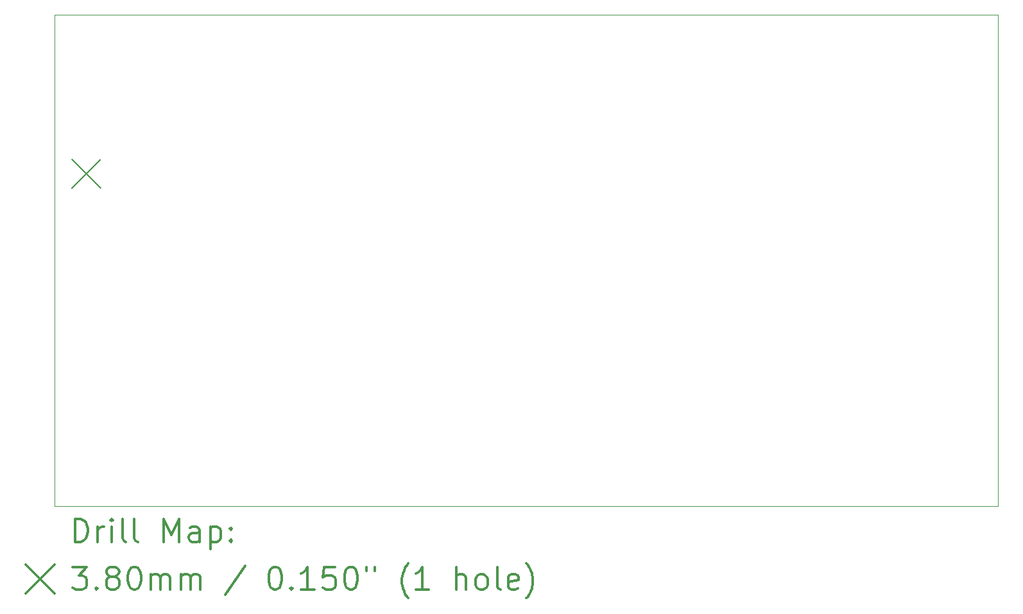
<source format=gbr>
%FSLAX45Y45*%
G04 Gerber Fmt 4.5, Leading zero omitted, Abs format (unit mm)*
G04 Created by KiCad (PCBNEW (after 2015-mar-04 BZR unknown)-product) date Thu 24 Nov 2016 20:55:15 CET*
%MOMM*%
G01*
G04 APERTURE LIST*
%ADD10C,0.127000*%
%ADD11C,0.100000*%
%ADD12C,0.200000*%
%ADD13C,0.300000*%
G04 APERTURE END LIST*
D10*
D11*
X6350000Y-11747500D02*
X6350000Y-5270500D01*
X18796000Y-11747500D02*
X6350000Y-11747500D01*
X18796000Y-5270500D02*
X18796000Y-11747500D01*
X6350000Y-5270500D02*
X18796000Y-5270500D01*
D12*
X6579108Y-7176008D02*
X6959092Y-7555992D01*
X6959092Y-7176008D02*
X6579108Y-7555992D01*
D13*
X6616428Y-12218214D02*
X6616428Y-11918214D01*
X6687857Y-11918214D01*
X6730714Y-11932500D01*
X6759286Y-11961071D01*
X6773571Y-11989643D01*
X6787857Y-12046786D01*
X6787857Y-12089643D01*
X6773571Y-12146786D01*
X6759286Y-12175357D01*
X6730714Y-12203929D01*
X6687857Y-12218214D01*
X6616428Y-12218214D01*
X6916428Y-12218214D02*
X6916428Y-12018214D01*
X6916428Y-12075357D02*
X6930714Y-12046786D01*
X6945000Y-12032500D01*
X6973571Y-12018214D01*
X7002143Y-12018214D01*
X7102143Y-12218214D02*
X7102143Y-12018214D01*
X7102143Y-11918214D02*
X7087857Y-11932500D01*
X7102143Y-11946786D01*
X7116428Y-11932500D01*
X7102143Y-11918214D01*
X7102143Y-11946786D01*
X7287857Y-12218214D02*
X7259286Y-12203929D01*
X7245000Y-12175357D01*
X7245000Y-11918214D01*
X7445000Y-12218214D02*
X7416428Y-12203929D01*
X7402143Y-12175357D01*
X7402143Y-11918214D01*
X7787857Y-12218214D02*
X7787857Y-11918214D01*
X7887857Y-12132500D01*
X7987857Y-11918214D01*
X7987857Y-12218214D01*
X8259286Y-12218214D02*
X8259286Y-12061071D01*
X8245000Y-12032500D01*
X8216428Y-12018214D01*
X8159286Y-12018214D01*
X8130714Y-12032500D01*
X8259286Y-12203929D02*
X8230714Y-12218214D01*
X8159286Y-12218214D01*
X8130714Y-12203929D01*
X8116428Y-12175357D01*
X8116428Y-12146786D01*
X8130714Y-12118214D01*
X8159286Y-12103929D01*
X8230714Y-12103929D01*
X8259286Y-12089643D01*
X8402143Y-12018214D02*
X8402143Y-12318214D01*
X8402143Y-12032500D02*
X8430714Y-12018214D01*
X8487857Y-12018214D01*
X8516429Y-12032500D01*
X8530714Y-12046786D01*
X8545000Y-12075357D01*
X8545000Y-12161071D01*
X8530714Y-12189643D01*
X8516429Y-12203929D01*
X8487857Y-12218214D01*
X8430714Y-12218214D01*
X8402143Y-12203929D01*
X8673571Y-12189643D02*
X8687857Y-12203929D01*
X8673571Y-12218214D01*
X8659286Y-12203929D01*
X8673571Y-12189643D01*
X8673571Y-12218214D01*
X8673571Y-12032500D02*
X8687857Y-12046786D01*
X8673571Y-12061071D01*
X8659286Y-12046786D01*
X8673571Y-12032500D01*
X8673571Y-12061071D01*
X5965016Y-12522508D02*
X6345000Y-12902492D01*
X6345000Y-12522508D02*
X5965016Y-12902492D01*
X6587857Y-12548214D02*
X6773571Y-12548214D01*
X6673571Y-12662500D01*
X6716428Y-12662500D01*
X6745000Y-12676786D01*
X6759286Y-12691071D01*
X6773571Y-12719643D01*
X6773571Y-12791071D01*
X6759286Y-12819643D01*
X6745000Y-12833929D01*
X6716428Y-12848214D01*
X6630714Y-12848214D01*
X6602143Y-12833929D01*
X6587857Y-12819643D01*
X6902143Y-12819643D02*
X6916428Y-12833929D01*
X6902143Y-12848214D01*
X6887857Y-12833929D01*
X6902143Y-12819643D01*
X6902143Y-12848214D01*
X7087857Y-12676786D02*
X7059286Y-12662500D01*
X7045000Y-12648214D01*
X7030714Y-12619643D01*
X7030714Y-12605357D01*
X7045000Y-12576786D01*
X7059286Y-12562500D01*
X7087857Y-12548214D01*
X7145000Y-12548214D01*
X7173571Y-12562500D01*
X7187857Y-12576786D01*
X7202143Y-12605357D01*
X7202143Y-12619643D01*
X7187857Y-12648214D01*
X7173571Y-12662500D01*
X7145000Y-12676786D01*
X7087857Y-12676786D01*
X7059286Y-12691071D01*
X7045000Y-12705357D01*
X7030714Y-12733929D01*
X7030714Y-12791071D01*
X7045000Y-12819643D01*
X7059286Y-12833929D01*
X7087857Y-12848214D01*
X7145000Y-12848214D01*
X7173571Y-12833929D01*
X7187857Y-12819643D01*
X7202143Y-12791071D01*
X7202143Y-12733929D01*
X7187857Y-12705357D01*
X7173571Y-12691071D01*
X7145000Y-12676786D01*
X7387857Y-12548214D02*
X7416428Y-12548214D01*
X7445000Y-12562500D01*
X7459286Y-12576786D01*
X7473571Y-12605357D01*
X7487857Y-12662500D01*
X7487857Y-12733929D01*
X7473571Y-12791071D01*
X7459286Y-12819643D01*
X7445000Y-12833929D01*
X7416428Y-12848214D01*
X7387857Y-12848214D01*
X7359286Y-12833929D01*
X7345000Y-12819643D01*
X7330714Y-12791071D01*
X7316428Y-12733929D01*
X7316428Y-12662500D01*
X7330714Y-12605357D01*
X7345000Y-12576786D01*
X7359286Y-12562500D01*
X7387857Y-12548214D01*
X7616428Y-12848214D02*
X7616428Y-12648214D01*
X7616428Y-12676786D02*
X7630714Y-12662500D01*
X7659286Y-12648214D01*
X7702143Y-12648214D01*
X7730714Y-12662500D01*
X7745000Y-12691071D01*
X7745000Y-12848214D01*
X7745000Y-12691071D02*
X7759286Y-12662500D01*
X7787857Y-12648214D01*
X7830714Y-12648214D01*
X7859286Y-12662500D01*
X7873571Y-12691071D01*
X7873571Y-12848214D01*
X8016428Y-12848214D02*
X8016428Y-12648214D01*
X8016428Y-12676786D02*
X8030714Y-12662500D01*
X8059286Y-12648214D01*
X8102143Y-12648214D01*
X8130714Y-12662500D01*
X8145000Y-12691071D01*
X8145000Y-12848214D01*
X8145000Y-12691071D02*
X8159286Y-12662500D01*
X8187857Y-12648214D01*
X8230714Y-12648214D01*
X8259286Y-12662500D01*
X8273571Y-12691071D01*
X8273571Y-12848214D01*
X8859286Y-12533929D02*
X8602143Y-12919643D01*
X9245000Y-12548214D02*
X9273571Y-12548214D01*
X9302143Y-12562500D01*
X9316428Y-12576786D01*
X9330714Y-12605357D01*
X9345000Y-12662500D01*
X9345000Y-12733929D01*
X9330714Y-12791071D01*
X9316428Y-12819643D01*
X9302143Y-12833929D01*
X9273571Y-12848214D01*
X9245000Y-12848214D01*
X9216428Y-12833929D01*
X9202143Y-12819643D01*
X9187857Y-12791071D01*
X9173571Y-12733929D01*
X9173571Y-12662500D01*
X9187857Y-12605357D01*
X9202143Y-12576786D01*
X9216428Y-12562500D01*
X9245000Y-12548214D01*
X9473571Y-12819643D02*
X9487857Y-12833929D01*
X9473571Y-12848214D01*
X9459286Y-12833929D01*
X9473571Y-12819643D01*
X9473571Y-12848214D01*
X9773571Y-12848214D02*
X9602143Y-12848214D01*
X9687857Y-12848214D02*
X9687857Y-12548214D01*
X9659286Y-12591071D01*
X9630714Y-12619643D01*
X9602143Y-12633929D01*
X10045000Y-12548214D02*
X9902143Y-12548214D01*
X9887857Y-12691071D01*
X9902143Y-12676786D01*
X9930714Y-12662500D01*
X10002143Y-12662500D01*
X10030714Y-12676786D01*
X10045000Y-12691071D01*
X10059286Y-12719643D01*
X10059286Y-12791071D01*
X10045000Y-12819643D01*
X10030714Y-12833929D01*
X10002143Y-12848214D01*
X9930714Y-12848214D01*
X9902143Y-12833929D01*
X9887857Y-12819643D01*
X10245000Y-12548214D02*
X10273571Y-12548214D01*
X10302143Y-12562500D01*
X10316428Y-12576786D01*
X10330714Y-12605357D01*
X10345000Y-12662500D01*
X10345000Y-12733929D01*
X10330714Y-12791071D01*
X10316428Y-12819643D01*
X10302143Y-12833929D01*
X10273571Y-12848214D01*
X10245000Y-12848214D01*
X10216428Y-12833929D01*
X10202143Y-12819643D01*
X10187857Y-12791071D01*
X10173571Y-12733929D01*
X10173571Y-12662500D01*
X10187857Y-12605357D01*
X10202143Y-12576786D01*
X10216428Y-12562500D01*
X10245000Y-12548214D01*
X10459286Y-12548214D02*
X10459286Y-12605357D01*
X10573571Y-12548214D02*
X10573571Y-12605357D01*
X11016428Y-12962500D02*
X11002143Y-12948214D01*
X10973571Y-12905357D01*
X10959286Y-12876786D01*
X10945000Y-12833929D01*
X10930714Y-12762500D01*
X10930714Y-12705357D01*
X10945000Y-12633929D01*
X10959286Y-12591071D01*
X10973571Y-12562500D01*
X11002143Y-12519643D01*
X11016428Y-12505357D01*
X11287857Y-12848214D02*
X11116428Y-12848214D01*
X11202143Y-12848214D02*
X11202143Y-12548214D01*
X11173571Y-12591071D01*
X11145000Y-12619643D01*
X11116428Y-12633929D01*
X11645000Y-12848214D02*
X11645000Y-12548214D01*
X11773571Y-12848214D02*
X11773571Y-12691071D01*
X11759285Y-12662500D01*
X11730714Y-12648214D01*
X11687857Y-12648214D01*
X11659285Y-12662500D01*
X11645000Y-12676786D01*
X11959285Y-12848214D02*
X11930714Y-12833929D01*
X11916428Y-12819643D01*
X11902143Y-12791071D01*
X11902143Y-12705357D01*
X11916428Y-12676786D01*
X11930714Y-12662500D01*
X11959285Y-12648214D01*
X12002143Y-12648214D01*
X12030714Y-12662500D01*
X12045000Y-12676786D01*
X12059285Y-12705357D01*
X12059285Y-12791071D01*
X12045000Y-12819643D01*
X12030714Y-12833929D01*
X12002143Y-12848214D01*
X11959285Y-12848214D01*
X12230714Y-12848214D02*
X12202143Y-12833929D01*
X12187857Y-12805357D01*
X12187857Y-12548214D01*
X12459286Y-12833929D02*
X12430714Y-12848214D01*
X12373571Y-12848214D01*
X12345000Y-12833929D01*
X12330714Y-12805357D01*
X12330714Y-12691071D01*
X12345000Y-12662500D01*
X12373571Y-12648214D01*
X12430714Y-12648214D01*
X12459286Y-12662500D01*
X12473571Y-12691071D01*
X12473571Y-12719643D01*
X12330714Y-12748214D01*
X12573571Y-12962500D02*
X12587857Y-12948214D01*
X12616428Y-12905357D01*
X12630714Y-12876786D01*
X12645000Y-12833929D01*
X12659286Y-12762500D01*
X12659286Y-12705357D01*
X12645000Y-12633929D01*
X12630714Y-12591071D01*
X12616428Y-12562500D01*
X12587857Y-12519643D01*
X12573571Y-12505357D01*
M02*

</source>
